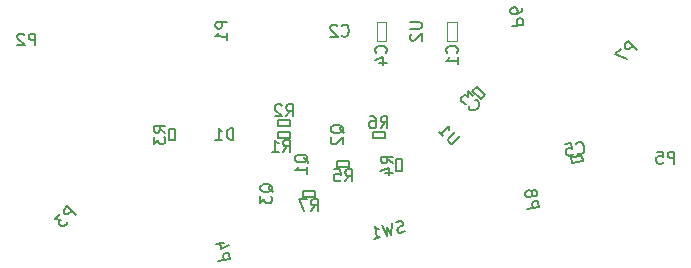
<source format=gbr>
G04 #@! TF.FileFunction,Other,Fab,Bot*
%FSLAX46Y46*%
G04 Gerber Fmt 4.6, Leading zero omitted, Abs format (unit mm)*
G04 Created by KiCad (PCBNEW 4.0.7-e2-6376~58~ubuntu14.04.1) date Wed Aug  8 14:37:32 2018*
%MOMM*%
%LPD*%
G01*
G04 APERTURE LIST*
%ADD10C,0.100000*%
%ADD11C,0.150000*%
G04 APERTURE END LIST*
D10*
D11*
X156630000Y-94750000D02*
X156630000Y-95250000D01*
X157630000Y-94750000D02*
X156630000Y-94750000D01*
X157630000Y-95250000D02*
X157630000Y-94750000D01*
X156630000Y-95250000D02*
X157630000Y-95250000D01*
X154530000Y-88750000D02*
X154530000Y-89250000D01*
X155530000Y-88750000D02*
X154530000Y-88750000D01*
X155530000Y-89250000D02*
X155530000Y-88750000D01*
X154530000Y-89250000D02*
X155530000Y-89250000D01*
X145250000Y-90500000D02*
X145750000Y-90500000D01*
X145250000Y-89500000D02*
X145250000Y-90500000D01*
X145750000Y-89500000D02*
X145250000Y-89500000D01*
X145750000Y-90500000D02*
X145750000Y-89500000D01*
X164480000Y-93100000D02*
X164980000Y-93100000D01*
X164480000Y-92100000D02*
X164480000Y-93100000D01*
X164980000Y-92100000D02*
X164480000Y-92100000D01*
X164980000Y-93100000D02*
X164980000Y-92100000D01*
X154530000Y-89750000D02*
X154530000Y-90250000D01*
X155530000Y-89750000D02*
X154530000Y-89750000D01*
X155530000Y-90250000D02*
X155530000Y-89750000D01*
X154530000Y-90250000D02*
X155530000Y-90250000D01*
X159530000Y-92250000D02*
X159530000Y-92750000D01*
X160530000Y-92250000D02*
X159530000Y-92250000D01*
X160530000Y-92750000D02*
X160530000Y-92250000D01*
X159530000Y-92750000D02*
X160530000Y-92750000D01*
X162530000Y-89750000D02*
X162530000Y-90250000D01*
X163530000Y-89750000D02*
X162530000Y-89750000D01*
X163530000Y-90250000D02*
X163530000Y-89750000D01*
X162530000Y-90250000D02*
X163530000Y-90250000D01*
D10*
X163680000Y-80450000D02*
X162880000Y-80450000D01*
X163680000Y-82050000D02*
X163680000Y-80450000D01*
X162880000Y-82050000D02*
X163680000Y-82050000D01*
X162880000Y-80450000D02*
X162880000Y-82050000D01*
X169630000Y-80450000D02*
X168830000Y-80450000D01*
X169630000Y-82050000D02*
X169630000Y-80450000D01*
X168830000Y-82050000D02*
X169630000Y-82050000D01*
X168830000Y-80450000D02*
X168830000Y-82050000D01*
D11*
X179300073Y-91922020D02*
X179369659Y-92417154D01*
X180290341Y-91782846D02*
X179300073Y-91922020D01*
X180359927Y-92277980D02*
X180290341Y-91782846D01*
X179369659Y-92417154D02*
X180359927Y-92277980D01*
X171676777Y-87030330D02*
X172030330Y-86676777D01*
X170969670Y-86323223D02*
X171676777Y-87030330D01*
X171323223Y-85969670D02*
X170969670Y-86323223D01*
X172030330Y-86676777D02*
X171323223Y-85969670D01*
X157296666Y-96452381D02*
X157630000Y-95976190D01*
X157868095Y-96452381D02*
X157868095Y-95452381D01*
X157487142Y-95452381D01*
X157391904Y-95500000D01*
X157344285Y-95547619D01*
X157296666Y-95642857D01*
X157296666Y-95785714D01*
X157344285Y-95880952D01*
X157391904Y-95928571D01*
X157487142Y-95976190D01*
X157868095Y-95976190D01*
X156963333Y-95452381D02*
X156296666Y-95452381D01*
X156725238Y-96452381D01*
X155196666Y-88452381D02*
X155530000Y-87976190D01*
X155768095Y-88452381D02*
X155768095Y-87452381D01*
X155387142Y-87452381D01*
X155291904Y-87500000D01*
X155244285Y-87547619D01*
X155196666Y-87642857D01*
X155196666Y-87785714D01*
X155244285Y-87880952D01*
X155291904Y-87928571D01*
X155387142Y-87976190D01*
X155768095Y-87976190D01*
X154815714Y-87547619D02*
X154768095Y-87500000D01*
X154672857Y-87452381D01*
X154434761Y-87452381D01*
X154339523Y-87500000D01*
X154291904Y-87547619D01*
X154244285Y-87642857D01*
X154244285Y-87738095D01*
X154291904Y-87880952D01*
X154863333Y-88452381D01*
X154244285Y-88452381D01*
X144982381Y-89833334D02*
X144506190Y-89500000D01*
X144982381Y-89261905D02*
X143982381Y-89261905D01*
X143982381Y-89642858D01*
X144030000Y-89738096D01*
X144077619Y-89785715D01*
X144172857Y-89833334D01*
X144315714Y-89833334D01*
X144410952Y-89785715D01*
X144458571Y-89738096D01*
X144506190Y-89642858D01*
X144506190Y-89261905D01*
X143982381Y-90166667D02*
X143982381Y-90785715D01*
X144363333Y-90452381D01*
X144363333Y-90595239D01*
X144410952Y-90690477D01*
X144458571Y-90738096D01*
X144553810Y-90785715D01*
X144791905Y-90785715D01*
X144887143Y-90738096D01*
X144934762Y-90690477D01*
X144982381Y-90595239D01*
X144982381Y-90309524D01*
X144934762Y-90214286D01*
X144887143Y-90166667D01*
X164232381Y-92433334D02*
X163756190Y-92100000D01*
X164232381Y-91861905D02*
X163232381Y-91861905D01*
X163232381Y-92242858D01*
X163280000Y-92338096D01*
X163327619Y-92385715D01*
X163422857Y-92433334D01*
X163565714Y-92433334D01*
X163660952Y-92385715D01*
X163708571Y-92338096D01*
X163756190Y-92242858D01*
X163756190Y-91861905D01*
X163565714Y-93290477D02*
X164232381Y-93290477D01*
X163184762Y-93052381D02*
X163899048Y-92814286D01*
X163899048Y-93433334D01*
X154946666Y-91452381D02*
X155280000Y-90976190D01*
X155518095Y-91452381D02*
X155518095Y-90452381D01*
X155137142Y-90452381D01*
X155041904Y-90500000D01*
X154994285Y-90547619D01*
X154946666Y-90642857D01*
X154946666Y-90785714D01*
X154994285Y-90880952D01*
X155041904Y-90928571D01*
X155137142Y-90976190D01*
X155518095Y-90976190D01*
X153994285Y-91452381D02*
X154565714Y-91452381D01*
X154280000Y-91452381D02*
X154280000Y-90452381D01*
X154375238Y-90595238D01*
X154470476Y-90690476D01*
X154565714Y-90738095D01*
X160196666Y-93952381D02*
X160530000Y-93476190D01*
X160768095Y-93952381D02*
X160768095Y-92952381D01*
X160387142Y-92952381D01*
X160291904Y-93000000D01*
X160244285Y-93047619D01*
X160196666Y-93142857D01*
X160196666Y-93285714D01*
X160244285Y-93380952D01*
X160291904Y-93428571D01*
X160387142Y-93476190D01*
X160768095Y-93476190D01*
X159291904Y-92952381D02*
X159768095Y-92952381D01*
X159815714Y-93428571D01*
X159768095Y-93380952D01*
X159672857Y-93333333D01*
X159434761Y-93333333D01*
X159339523Y-93380952D01*
X159291904Y-93428571D01*
X159244285Y-93523810D01*
X159244285Y-93761905D01*
X159291904Y-93857143D01*
X159339523Y-93904762D01*
X159434761Y-93952381D01*
X159672857Y-93952381D01*
X159768095Y-93904762D01*
X159815714Y-93857143D01*
X163196666Y-89452381D02*
X163530000Y-88976190D01*
X163768095Y-89452381D02*
X163768095Y-88452381D01*
X163387142Y-88452381D01*
X163291904Y-88500000D01*
X163244285Y-88547619D01*
X163196666Y-88642857D01*
X163196666Y-88785714D01*
X163244285Y-88880952D01*
X163291904Y-88928571D01*
X163387142Y-88976190D01*
X163768095Y-88976190D01*
X162339523Y-88452381D02*
X162530000Y-88452381D01*
X162625238Y-88500000D01*
X162672857Y-88547619D01*
X162768095Y-88690476D01*
X162815714Y-88880952D01*
X162815714Y-89261905D01*
X162768095Y-89357143D01*
X162720476Y-89404762D01*
X162625238Y-89452381D01*
X162434761Y-89452381D01*
X162339523Y-89404762D01*
X162291904Y-89357143D01*
X162244285Y-89261905D01*
X162244285Y-89023810D01*
X162291904Y-88928571D01*
X162339523Y-88880952D01*
X162434761Y-88833333D01*
X162625238Y-88833333D01*
X162720476Y-88880952D01*
X162768095Y-88928571D01*
X162815714Y-89023810D01*
X163637143Y-83083334D02*
X163684762Y-83035715D01*
X163732381Y-82892858D01*
X163732381Y-82797620D01*
X163684762Y-82654762D01*
X163589524Y-82559524D01*
X163494286Y-82511905D01*
X163303810Y-82464286D01*
X163160952Y-82464286D01*
X162970476Y-82511905D01*
X162875238Y-82559524D01*
X162780000Y-82654762D01*
X162732381Y-82797620D01*
X162732381Y-82892858D01*
X162780000Y-83035715D01*
X162827619Y-83083334D01*
X163065714Y-83940477D02*
X163732381Y-83940477D01*
X162684762Y-83702381D02*
X163399048Y-83464286D01*
X163399048Y-84083334D01*
X169637143Y-83083334D02*
X169684762Y-83035715D01*
X169732381Y-82892858D01*
X169732381Y-82797620D01*
X169684762Y-82654762D01*
X169589524Y-82559524D01*
X169494286Y-82511905D01*
X169303810Y-82464286D01*
X169160952Y-82464286D01*
X168970476Y-82511905D01*
X168875238Y-82559524D01*
X168780000Y-82654762D01*
X168732381Y-82797620D01*
X168732381Y-82892858D01*
X168780000Y-83035715D01*
X168827619Y-83083334D01*
X169732381Y-84035715D02*
X169732381Y-83464286D01*
X169732381Y-83750000D02*
X168732381Y-83750000D01*
X168875238Y-83654762D01*
X168970476Y-83559524D01*
X169018095Y-83464286D01*
X150738095Y-90452381D02*
X150738095Y-89452381D01*
X150500000Y-89452381D01*
X150357142Y-89500000D01*
X150261904Y-89595238D01*
X150214285Y-89690476D01*
X150166666Y-89880952D01*
X150166666Y-90023810D01*
X150214285Y-90214286D01*
X150261904Y-90309524D01*
X150357142Y-90404762D01*
X150500000Y-90452381D01*
X150738095Y-90452381D01*
X149214285Y-90452381D02*
X149785714Y-90452381D01*
X149500000Y-90452381D02*
X149500000Y-89452381D01*
X149595238Y-89595238D01*
X149690476Y-89690476D01*
X149785714Y-89738095D01*
X188068095Y-92452381D02*
X188068095Y-91452381D01*
X187687142Y-91452381D01*
X187591904Y-91500000D01*
X187544285Y-91547619D01*
X187496666Y-91642857D01*
X187496666Y-91785714D01*
X187544285Y-91880952D01*
X187591904Y-91928571D01*
X187687142Y-91976190D01*
X188068095Y-91976190D01*
X186591904Y-91452381D02*
X187068095Y-91452381D01*
X187115714Y-91928571D01*
X187068095Y-91880952D01*
X186972857Y-91833333D01*
X186734761Y-91833333D01*
X186639523Y-91880952D01*
X186591904Y-91928571D01*
X186544285Y-92023810D01*
X186544285Y-92261905D01*
X186591904Y-92357143D01*
X186639523Y-92404762D01*
X186734761Y-92452381D01*
X186972857Y-92452381D01*
X187068095Y-92404762D01*
X187115714Y-92357143D01*
X184866769Y-82802995D02*
X184159662Y-82095888D01*
X183890287Y-82365262D01*
X183856616Y-82466278D01*
X183856616Y-82533621D01*
X183890287Y-82634636D01*
X183991303Y-82735651D01*
X184092318Y-82769323D01*
X184159661Y-82769323D01*
X184260676Y-82735651D01*
X184530051Y-82466277D01*
X183519899Y-82735651D02*
X183048494Y-83207056D01*
X184058647Y-83611117D01*
X174282661Y-80777378D02*
X175278855Y-80690222D01*
X175245653Y-80310719D01*
X175189915Y-80219994D01*
X175138327Y-80176706D01*
X175039301Y-80137569D01*
X174896987Y-80150020D01*
X174806262Y-80205758D01*
X174762975Y-80257346D01*
X174723837Y-80356372D01*
X174757040Y-80735875D01*
X175154347Y-79267086D02*
X175170948Y-79456839D01*
X175131811Y-79555864D01*
X175088523Y-79607452D01*
X174954511Y-79714779D01*
X174768910Y-79778818D01*
X174389406Y-79812020D01*
X174290381Y-79772883D01*
X174238792Y-79729595D01*
X174183054Y-79638870D01*
X174166453Y-79449118D01*
X174205590Y-79350092D01*
X174248878Y-79298504D01*
X174339603Y-79242765D01*
X174576792Y-79222014D01*
X174675819Y-79261151D01*
X174727407Y-79304439D01*
X174783145Y-79395164D01*
X174799746Y-79584916D01*
X174760609Y-79683942D01*
X174717322Y-79735530D01*
X174626595Y-79791269D01*
X150232295Y-80478568D02*
X149232904Y-80443669D01*
X149219609Y-80824390D01*
X149263875Y-80921232D01*
X149309803Y-80970484D01*
X149403321Y-81021397D01*
X149546091Y-81026383D01*
X149642933Y-80982117D01*
X149692185Y-80936189D01*
X149743099Y-80842671D01*
X149756394Y-80461950D01*
X150179114Y-82001450D02*
X150199057Y-81430369D01*
X150189086Y-81715909D02*
X149189695Y-81681010D01*
X149335789Y-81590815D01*
X149434292Y-81498959D01*
X149485206Y-81405441D01*
X133968095Y-82452381D02*
X133968095Y-81452381D01*
X133587142Y-81452381D01*
X133491904Y-81500000D01*
X133444285Y-81547619D01*
X133396666Y-81642857D01*
X133396666Y-81785714D01*
X133444285Y-81880952D01*
X133491904Y-81928571D01*
X133587142Y-81976190D01*
X133968095Y-81976190D01*
X133015714Y-81547619D02*
X132968095Y-81500000D01*
X132872857Y-81452381D01*
X132634761Y-81452381D01*
X132539523Y-81500000D01*
X132491904Y-81547619D01*
X132444285Y-81642857D01*
X132444285Y-81738095D01*
X132491904Y-81880952D01*
X133063333Y-82452381D01*
X132444285Y-82452381D01*
X137376819Y-96792945D02*
X136669712Y-96085838D01*
X136400337Y-96355212D01*
X136366666Y-96456228D01*
X136366666Y-96523571D01*
X136400337Y-96624586D01*
X136501353Y-96725601D01*
X136602368Y-96759273D01*
X136669711Y-96759273D01*
X136770726Y-96725601D01*
X137040101Y-96456227D01*
X136029949Y-96725601D02*
X135592215Y-97163334D01*
X136097292Y-97197005D01*
X135996276Y-97298021D01*
X135962604Y-97399036D01*
X135962604Y-97466380D01*
X135996277Y-97567396D01*
X136164635Y-97735754D01*
X136265651Y-97769426D01*
X136332994Y-97769426D01*
X136434009Y-97735754D01*
X136636040Y-97533723D01*
X136669712Y-97432708D01*
X136669712Y-97365365D01*
X154077619Y-94904762D02*
X154030000Y-94809524D01*
X153934762Y-94714286D01*
X153791905Y-94571429D01*
X153744286Y-94476190D01*
X153744286Y-94380952D01*
X153982381Y-94428571D02*
X153934762Y-94333333D01*
X153839524Y-94238095D01*
X153649048Y-94190476D01*
X153315714Y-94190476D01*
X153125238Y-94238095D01*
X153030000Y-94333333D01*
X152982381Y-94428571D01*
X152982381Y-94619048D01*
X153030000Y-94714286D01*
X153125238Y-94809524D01*
X153315714Y-94857143D01*
X153649048Y-94857143D01*
X153839524Y-94809524D01*
X153934762Y-94714286D01*
X153982381Y-94619048D01*
X153982381Y-94428571D01*
X152982381Y-95190476D02*
X152982381Y-95809524D01*
X153363333Y-95476190D01*
X153363333Y-95619048D01*
X153410952Y-95714286D01*
X153458571Y-95761905D01*
X153553810Y-95809524D01*
X153791905Y-95809524D01*
X153887143Y-95761905D01*
X153934762Y-95714286D01*
X153982381Y-95619048D01*
X153982381Y-95333333D01*
X153934762Y-95238095D01*
X153887143Y-95190476D01*
X160077619Y-89904762D02*
X160030000Y-89809524D01*
X159934762Y-89714286D01*
X159791905Y-89571429D01*
X159744286Y-89476190D01*
X159744286Y-89380952D01*
X159982381Y-89428571D02*
X159934762Y-89333333D01*
X159839524Y-89238095D01*
X159649048Y-89190476D01*
X159315714Y-89190476D01*
X159125238Y-89238095D01*
X159030000Y-89333333D01*
X158982381Y-89428571D01*
X158982381Y-89619048D01*
X159030000Y-89714286D01*
X159125238Y-89809524D01*
X159315714Y-89857143D01*
X159649048Y-89857143D01*
X159839524Y-89809524D01*
X159934762Y-89714286D01*
X159982381Y-89619048D01*
X159982381Y-89428571D01*
X159077619Y-90238095D02*
X159030000Y-90285714D01*
X158982381Y-90380952D01*
X158982381Y-90619048D01*
X159030000Y-90714286D01*
X159077619Y-90761905D01*
X159172857Y-90809524D01*
X159268095Y-90809524D01*
X159410952Y-90761905D01*
X159982381Y-90190476D01*
X159982381Y-90809524D01*
X159896666Y-81607143D02*
X159944285Y-81654762D01*
X160087142Y-81702381D01*
X160182380Y-81702381D01*
X160325238Y-81654762D01*
X160420476Y-81559524D01*
X160468095Y-81464286D01*
X160515714Y-81273810D01*
X160515714Y-81130952D01*
X160468095Y-80940476D01*
X160420476Y-80845238D01*
X160325238Y-80750000D01*
X160182380Y-80702381D01*
X160087142Y-80702381D01*
X159944285Y-80750000D01*
X159896666Y-80797619D01*
X159515714Y-80797619D02*
X159468095Y-80750000D01*
X159372857Y-80702381D01*
X159134761Y-80702381D01*
X159039523Y-80750000D01*
X158991904Y-80797619D01*
X158944285Y-80892857D01*
X158944285Y-80988095D01*
X158991904Y-81130952D01*
X159563333Y-81702381D01*
X158944285Y-81702381D01*
X165682381Y-80488095D02*
X166491905Y-80488095D01*
X166587143Y-80535714D01*
X166634762Y-80583333D01*
X166682381Y-80678571D01*
X166682381Y-80869048D01*
X166634762Y-80964286D01*
X166587143Y-81011905D01*
X166491905Y-81059524D01*
X165682381Y-81059524D01*
X165777619Y-81488095D02*
X165730000Y-81535714D01*
X165682381Y-81630952D01*
X165682381Y-81869048D01*
X165730000Y-81964286D01*
X165777619Y-82011905D01*
X165872857Y-82059524D01*
X165968095Y-82059524D01*
X166110952Y-82011905D01*
X166682381Y-81440476D01*
X166682381Y-82059524D01*
X179870783Y-91580472D02*
X179924566Y-91621000D01*
X180072660Y-91648274D01*
X180166971Y-91635019D01*
X180301811Y-91567982D01*
X180382868Y-91460416D01*
X180416769Y-91359478D01*
X180437415Y-91164228D01*
X180417533Y-91022760D01*
X180343868Y-90840765D01*
X180283458Y-90753081D01*
X180175893Y-90672025D01*
X180027798Y-90644751D01*
X179933486Y-90658006D01*
X179798647Y-90725043D01*
X179758119Y-90778826D01*
X178848907Y-90810433D02*
X179320464Y-90744161D01*
X179433892Y-91209089D01*
X179380110Y-91168561D01*
X179279171Y-91134660D01*
X179043392Y-91167796D01*
X178955708Y-91228206D01*
X178915180Y-91281989D01*
X178881279Y-91382929D01*
X178914416Y-91618707D01*
X178974826Y-91706390D01*
X179028609Y-91746919D01*
X179129547Y-91780820D01*
X179365326Y-91747683D01*
X179453010Y-91687273D01*
X179493538Y-91633490D01*
X170645312Y-87620389D02*
X170645312Y-87687732D01*
X170712656Y-87822419D01*
X170779999Y-87889763D01*
X170914687Y-87957107D01*
X171049374Y-87957107D01*
X171150389Y-87923435D01*
X171318747Y-87822420D01*
X171419763Y-87721404D01*
X171520778Y-87553045D01*
X171554450Y-87452030D01*
X171554450Y-87317343D01*
X171487106Y-87182656D01*
X171419763Y-87115312D01*
X171285076Y-87047969D01*
X171217732Y-87047969D01*
X171049374Y-86744924D02*
X170611641Y-86307190D01*
X170577970Y-86812267D01*
X170476954Y-86711251D01*
X170375939Y-86677579D01*
X170308595Y-86677579D01*
X170207579Y-86711252D01*
X170039221Y-86879610D01*
X170005549Y-86980626D01*
X170005549Y-87047969D01*
X170039221Y-87148984D01*
X170241252Y-87351015D01*
X170342267Y-87384687D01*
X170409610Y-87384687D01*
X149456251Y-100682507D02*
X150448797Y-100560637D01*
X150402371Y-100182524D01*
X150343500Y-100093799D01*
X150290433Y-100052338D01*
X150190101Y-100016681D01*
X150048309Y-100034091D01*
X149959584Y-100092961D01*
X149918124Y-100146029D01*
X149882466Y-100246360D01*
X149928893Y-100624474D01*
X149943850Y-99183337D02*
X149282152Y-99264583D01*
X150350979Y-99373232D02*
X149671033Y-99696602D01*
X149595590Y-99082168D01*
X165222307Y-98207775D02*
X165092473Y-98284056D01*
X164859580Y-98333558D01*
X164756522Y-98306781D01*
X164700043Y-98270103D01*
X164633664Y-98186847D01*
X164613863Y-98093690D01*
X164640640Y-97990633D01*
X164677318Y-97934154D01*
X164760574Y-97867773D01*
X164936988Y-97781593D01*
X165020244Y-97715213D01*
X165056922Y-97658734D01*
X165083699Y-97555677D01*
X165063898Y-97462520D01*
X164997519Y-97379264D01*
X164941040Y-97342586D01*
X164837982Y-97315808D01*
X164605089Y-97365311D01*
X164475255Y-97441591D01*
X164139305Y-97464317D02*
X164114325Y-98491967D01*
X163779502Y-97832892D01*
X163741697Y-98571172D01*
X163300893Y-97642527D01*
X162623814Y-98808785D02*
X163182756Y-98689978D01*
X162903285Y-98749382D02*
X162695374Y-97771234D01*
X162818232Y-97891168D01*
X162931190Y-97964524D01*
X163034247Y-97991301D01*
X169925973Y-90151523D02*
X169353553Y-90723943D01*
X169252538Y-90757615D01*
X169185195Y-90757615D01*
X169084180Y-90723943D01*
X168949492Y-90589255D01*
X168915820Y-90488240D01*
X168915820Y-90420897D01*
X168949492Y-90319882D01*
X169521912Y-89747462D01*
X168107698Y-89747462D02*
X168511760Y-90151523D01*
X168309729Y-89949493D02*
X169016836Y-89242386D01*
X168983164Y-89410745D01*
X168983164Y-89545431D01*
X169016836Y-89646447D01*
X175623918Y-96284139D02*
X176614186Y-96144966D01*
X176561167Y-95767720D01*
X176500757Y-95680037D01*
X176446974Y-95639508D01*
X176346036Y-95605607D01*
X176204569Y-95625489D01*
X176116885Y-95685899D01*
X176076357Y-95739682D01*
X176042456Y-95840621D01*
X176095474Y-96217866D01*
X176030730Y-95072877D02*
X176091141Y-95160561D01*
X176144923Y-95201089D01*
X176245862Y-95234990D01*
X176293017Y-95228363D01*
X176380701Y-95167953D01*
X176421230Y-95114170D01*
X176455131Y-95013231D01*
X176428621Y-94824608D01*
X176368211Y-94736924D01*
X176314428Y-94696396D01*
X176213490Y-94662495D01*
X176166334Y-94669122D01*
X176078650Y-94729532D01*
X176038122Y-94783315D01*
X176004221Y-94884254D01*
X176030730Y-95072877D01*
X175996829Y-95173815D01*
X175956301Y-95227598D01*
X175868616Y-95288008D01*
X175679994Y-95314518D01*
X175579056Y-95280617D01*
X175525273Y-95240088D01*
X175464863Y-95152404D01*
X175438353Y-94963781D01*
X175472254Y-94862843D01*
X175512783Y-94809060D01*
X175600466Y-94748650D01*
X175789089Y-94722141D01*
X175890028Y-94756041D01*
X175943811Y-94796570D01*
X176004221Y-94884254D01*
X157077619Y-92404762D02*
X157030000Y-92309524D01*
X156934762Y-92214286D01*
X156791905Y-92071429D01*
X156744286Y-91976190D01*
X156744286Y-91880952D01*
X156982381Y-91928571D02*
X156934762Y-91833333D01*
X156839524Y-91738095D01*
X156649048Y-91690476D01*
X156315714Y-91690476D01*
X156125238Y-91738095D01*
X156030000Y-91833333D01*
X155982381Y-91928571D01*
X155982381Y-92119048D01*
X156030000Y-92214286D01*
X156125238Y-92309524D01*
X156315714Y-92357143D01*
X156649048Y-92357143D01*
X156839524Y-92309524D01*
X156934762Y-92214286D01*
X156982381Y-92119048D01*
X156982381Y-91928571D01*
X156982381Y-93309524D02*
X156982381Y-92738095D01*
X156982381Y-93023809D02*
X155982381Y-93023809D01*
X156125238Y-92928571D01*
X156220476Y-92833333D01*
X156268095Y-92738095D01*
M02*

</source>
